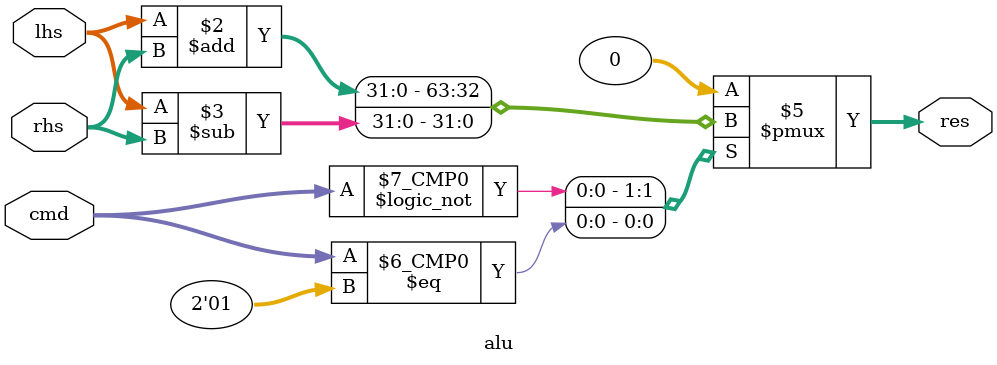
<source format=sv>
module alu(
  input [1:0] cmd,

  input [31:0] lhs,
  input [31:0] rhs,

  output wire logic [31:0] res);

always_comb begin
  case (cmd)
    0: res = lhs + rhs;
    1: res = lhs - rhs;
    default: res = 32'h0;
  endcase
end

endmodule

</source>
